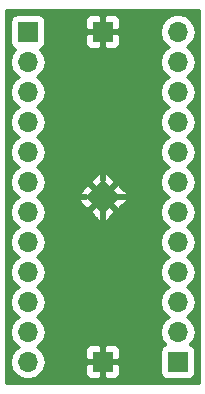
<source format=gbr>
G04 #@! TF.GenerationSoftware,KiCad,Pcbnew,(5.0.0-3-g5ebb6b6)*
G04 #@! TF.CreationDate,2019-01-26T00:17:38+00:00*
G04 #@! TF.ProjectId,QFN24_DIP,51464E32345F4449502E6B696361645F,rev?*
G04 #@! TF.SameCoordinates,Original*
G04 #@! TF.FileFunction,Copper,L2,Bot,Signal*
G04 #@! TF.FilePolarity,Positive*
%FSLAX46Y46*%
G04 Gerber Fmt 4.6, Leading zero omitted, Abs format (unit mm)*
G04 Created by KiCad (PCBNEW (5.0.0-3-g5ebb6b6)) date Saturday, 26 January 2019 at 00:17:38*
%MOMM*%
%LPD*%
G01*
G04 APERTURE LIST*
G04 #@! TA.AperFunction,ComponentPad*
%ADD10R,1.700000X1.700000*%
G04 #@! TD*
G04 #@! TA.AperFunction,ComponentPad*
%ADD11O,1.700000X1.700000*%
G04 #@! TD*
G04 #@! TA.AperFunction,ViaPad*
%ADD12C,0.500000*%
G04 #@! TD*
G04 #@! TA.AperFunction,Conductor*
%ADD13C,0.100000*%
G04 #@! TD*
G04 #@! TA.AperFunction,Conductor*
%ADD14C,2.100000*%
G04 #@! TD*
G04 #@! TA.AperFunction,Conductor*
%ADD15C,0.500000*%
G04 #@! TD*
G04 #@! TA.AperFunction,Conductor*
%ADD16C,0.254000*%
G04 #@! TD*
G04 APERTURE END LIST*
D10*
G04 #@! TO.P,J1,1*
G04 #@! TO.N,/1*
X101600000Y-76200000D03*
D11*
G04 #@! TO.P,J1,2*
G04 #@! TO.N,/2*
X101600000Y-78740000D03*
G04 #@! TO.P,J1,3*
G04 #@! TO.N,/3*
X101600000Y-81280000D03*
G04 #@! TO.P,J1,4*
G04 #@! TO.N,/4*
X101600000Y-83820000D03*
G04 #@! TO.P,J1,5*
G04 #@! TO.N,/5*
X101600000Y-86360000D03*
G04 #@! TO.P,J1,6*
G04 #@! TO.N,/6*
X101600000Y-88900000D03*
G04 #@! TO.P,J1,7*
G04 #@! TO.N,/7*
X101600000Y-91440000D03*
G04 #@! TO.P,J1,8*
G04 #@! TO.N,/8*
X101600000Y-93980000D03*
G04 #@! TO.P,J1,9*
G04 #@! TO.N,/9*
X101600000Y-96520000D03*
G04 #@! TO.P,J1,10*
G04 #@! TO.N,/10*
X101600000Y-99060000D03*
G04 #@! TO.P,J1,11*
G04 #@! TO.N,/11*
X101600000Y-101600000D03*
G04 #@! TO.P,J1,12*
G04 #@! TO.N,/12*
X101600000Y-104140000D03*
G04 #@! TD*
G04 #@! TO.P,J2,12*
G04 #@! TO.N,/24*
X114300000Y-76200000D03*
G04 #@! TO.P,J2,11*
G04 #@! TO.N,/23*
X114300000Y-78740000D03*
G04 #@! TO.P,J2,10*
G04 #@! TO.N,/22*
X114300000Y-81280000D03*
G04 #@! TO.P,J2,9*
G04 #@! TO.N,/21*
X114300000Y-83820000D03*
G04 #@! TO.P,J2,8*
G04 #@! TO.N,/20*
X114300000Y-86360000D03*
G04 #@! TO.P,J2,7*
G04 #@! TO.N,/19*
X114300000Y-88900000D03*
G04 #@! TO.P,J2,6*
G04 #@! TO.N,/18*
X114300000Y-91440000D03*
G04 #@! TO.P,J2,5*
G04 #@! TO.N,/17*
X114300000Y-93980000D03*
G04 #@! TO.P,J2,4*
G04 #@! TO.N,/16*
X114300000Y-96520000D03*
G04 #@! TO.P,J2,3*
G04 #@! TO.N,/15*
X114300000Y-99060000D03*
G04 #@! TO.P,J2,2*
G04 #@! TO.N,/14*
X114300000Y-101600000D03*
D10*
G04 #@! TO.P,J2,1*
G04 #@! TO.N,/13*
X114300000Y-104140000D03*
G04 #@! TD*
G04 #@! TO.P,J3,1*
G04 #@! TO.N,/THERMALPAD*
X107950000Y-76200000D03*
G04 #@! TD*
G04 #@! TO.P,J4,1*
G04 #@! TO.N,/THERMALPAD*
X107950000Y-104140000D03*
G04 #@! TD*
D12*
G04 #@! TO.N,/THERMALPAD*
G04 #@! TO.C,U1*
X107950000Y-89038629D03*
X108515685Y-89604315D03*
X109081371Y-90170000D03*
X107384315Y-89604315D03*
X107950000Y-90170000D03*
X108515685Y-90735685D03*
X106818629Y-90170000D03*
X107384315Y-90735685D03*
X107950000Y-91301371D03*
D13*
G36*
X107974504Y-88789833D02*
X107998773Y-88793433D01*
X108022571Y-88799394D01*
X108045671Y-88807659D01*
X108067849Y-88818149D01*
X108088893Y-88830762D01*
X108108598Y-88845376D01*
X108126777Y-88861852D01*
X109258148Y-89993223D01*
X109274624Y-90011402D01*
X109289238Y-90031107D01*
X109301851Y-90052151D01*
X109312341Y-90074329D01*
X109320606Y-90097429D01*
X109326567Y-90121227D01*
X109330167Y-90145496D01*
X109331371Y-90170000D01*
X109330167Y-90194504D01*
X109326567Y-90218773D01*
X109320606Y-90242571D01*
X109312341Y-90265671D01*
X109301851Y-90287849D01*
X109289238Y-90308893D01*
X109274624Y-90328598D01*
X109258148Y-90346777D01*
X108126777Y-91478148D01*
X108108598Y-91494624D01*
X108088893Y-91509238D01*
X108067849Y-91521851D01*
X108045671Y-91532341D01*
X108022571Y-91540606D01*
X107998773Y-91546567D01*
X107974504Y-91550167D01*
X107950000Y-91551371D01*
X107925496Y-91550167D01*
X107901227Y-91546567D01*
X107877429Y-91540606D01*
X107854329Y-91532341D01*
X107832151Y-91521851D01*
X107811107Y-91509238D01*
X107791402Y-91494624D01*
X107773223Y-91478148D01*
X106641852Y-90346777D01*
X106625376Y-90328598D01*
X106610762Y-90308893D01*
X106598149Y-90287849D01*
X106587659Y-90265671D01*
X106579394Y-90242571D01*
X106573433Y-90218773D01*
X106569833Y-90194504D01*
X106568629Y-90170000D01*
X106569833Y-90145496D01*
X106573433Y-90121227D01*
X106579394Y-90097429D01*
X106587659Y-90074329D01*
X106598149Y-90052151D01*
X106610762Y-90031107D01*
X106625376Y-90011402D01*
X106641852Y-89993223D01*
X107773223Y-88861852D01*
X107791402Y-88845376D01*
X107811107Y-88830762D01*
X107832151Y-88818149D01*
X107854329Y-88807659D01*
X107877429Y-88799394D01*
X107901227Y-88793433D01*
X107925496Y-88789833D01*
X107950000Y-88788629D01*
X107974504Y-88789833D01*
X107974504Y-88789833D01*
G37*
D14*
X107950000Y-90170000D03*
G04 #@! TD*
D15*
G04 #@! TO.N,/THERMALPAD*
X107950000Y-88784071D02*
X107950000Y-87630000D01*
X107950000Y-91555929D02*
X107950000Y-92710000D01*
X106564071Y-90170000D02*
X105410000Y-90170000D01*
X109335929Y-90170000D02*
X110490000Y-90170000D01*
X107950000Y-90170000D02*
X109474000Y-88646000D01*
X107950000Y-90170000D02*
X106680000Y-91440000D01*
X107950000Y-90170000D02*
X106680000Y-88900000D01*
X106680000Y-88900000D02*
X109474000Y-91694000D01*
G04 #@! TD*
D16*
G04 #@! TO.N,/THERMALPAD*
G36*
X116105001Y-105945000D02*
X99795000Y-105945000D01*
X99795000Y-78740000D01*
X100085908Y-78740000D01*
X100201161Y-79319418D01*
X100529375Y-79810625D01*
X100827761Y-80010000D01*
X100529375Y-80209375D01*
X100201161Y-80700582D01*
X100085908Y-81280000D01*
X100201161Y-81859418D01*
X100529375Y-82350625D01*
X100827761Y-82550000D01*
X100529375Y-82749375D01*
X100201161Y-83240582D01*
X100085908Y-83820000D01*
X100201161Y-84399418D01*
X100529375Y-84890625D01*
X100827761Y-85090000D01*
X100529375Y-85289375D01*
X100201161Y-85780582D01*
X100085908Y-86360000D01*
X100201161Y-86939418D01*
X100529375Y-87430625D01*
X100827761Y-87630000D01*
X100529375Y-87829375D01*
X100201161Y-88320582D01*
X100085908Y-88900000D01*
X100201161Y-89479418D01*
X100529375Y-89970625D01*
X100827761Y-90170000D01*
X100529375Y-90369375D01*
X100201161Y-90860582D01*
X100085908Y-91440000D01*
X100201161Y-92019418D01*
X100529375Y-92510625D01*
X100827761Y-92710000D01*
X100529375Y-92909375D01*
X100201161Y-93400582D01*
X100085908Y-93980000D01*
X100201161Y-94559418D01*
X100529375Y-95050625D01*
X100827761Y-95250000D01*
X100529375Y-95449375D01*
X100201161Y-95940582D01*
X100085908Y-96520000D01*
X100201161Y-97099418D01*
X100529375Y-97590625D01*
X100827761Y-97790000D01*
X100529375Y-97989375D01*
X100201161Y-98480582D01*
X100085908Y-99060000D01*
X100201161Y-99639418D01*
X100529375Y-100130625D01*
X100827761Y-100330000D01*
X100529375Y-100529375D01*
X100201161Y-101020582D01*
X100085908Y-101600000D01*
X100201161Y-102179418D01*
X100529375Y-102670625D01*
X100827761Y-102870000D01*
X100529375Y-103069375D01*
X100201161Y-103560582D01*
X100085908Y-104140000D01*
X100201161Y-104719418D01*
X100529375Y-105210625D01*
X101020582Y-105538839D01*
X101453744Y-105625000D01*
X101746256Y-105625000D01*
X102179418Y-105538839D01*
X102670625Y-105210625D01*
X102998839Y-104719418D01*
X103057252Y-104425750D01*
X106465000Y-104425750D01*
X106465000Y-105116310D01*
X106561673Y-105349699D01*
X106740302Y-105528327D01*
X106973691Y-105625000D01*
X107664250Y-105625000D01*
X107823000Y-105466250D01*
X107823000Y-104267000D01*
X108077000Y-104267000D01*
X108077000Y-105466250D01*
X108235750Y-105625000D01*
X108926309Y-105625000D01*
X109159698Y-105528327D01*
X109338327Y-105349699D01*
X109435000Y-105116310D01*
X109435000Y-104425750D01*
X109276250Y-104267000D01*
X108077000Y-104267000D01*
X107823000Y-104267000D01*
X106623750Y-104267000D01*
X106465000Y-104425750D01*
X103057252Y-104425750D01*
X103114092Y-104140000D01*
X102998839Y-103560582D01*
X102733645Y-103163690D01*
X106465000Y-103163690D01*
X106465000Y-103854250D01*
X106623750Y-104013000D01*
X107823000Y-104013000D01*
X107823000Y-102813750D01*
X108077000Y-102813750D01*
X108077000Y-104013000D01*
X109276250Y-104013000D01*
X109435000Y-103854250D01*
X109435000Y-103163690D01*
X109338327Y-102930301D01*
X109159698Y-102751673D01*
X108926309Y-102655000D01*
X108235750Y-102655000D01*
X108077000Y-102813750D01*
X107823000Y-102813750D01*
X107664250Y-102655000D01*
X106973691Y-102655000D01*
X106740302Y-102751673D01*
X106561673Y-102930301D01*
X106465000Y-103163690D01*
X102733645Y-103163690D01*
X102670625Y-103069375D01*
X102372239Y-102870000D01*
X102670625Y-102670625D01*
X102998839Y-102179418D01*
X103114092Y-101600000D01*
X102998839Y-101020582D01*
X102670625Y-100529375D01*
X102372239Y-100330000D01*
X102670625Y-100130625D01*
X102998839Y-99639418D01*
X103114092Y-99060000D01*
X102998839Y-98480582D01*
X102670625Y-97989375D01*
X102372239Y-97790000D01*
X102670625Y-97590625D01*
X102998839Y-97099418D01*
X103114092Y-96520000D01*
X102998839Y-95940582D01*
X102670625Y-95449375D01*
X102372239Y-95250000D01*
X102670625Y-95050625D01*
X102998839Y-94559418D01*
X103114092Y-93980000D01*
X102998839Y-93400582D01*
X102670625Y-92909375D01*
X102372239Y-92710000D01*
X102670625Y-92510625D01*
X102998839Y-92019418D01*
X103114092Y-91440000D01*
X102998839Y-90860582D01*
X102670625Y-90369375D01*
X102372239Y-90170000D01*
X102561273Y-90043691D01*
X105830075Y-90043691D01*
X105830076Y-90296310D01*
X105926749Y-90529699D01*
X106100501Y-90703451D01*
X106121989Y-90743505D01*
X106224068Y-90827018D01*
X106556469Y-91159419D01*
X106607326Y-91159419D01*
X106687675Y-91309190D01*
X106789748Y-91392698D01*
X106848329Y-91451279D01*
X106854189Y-91445419D01*
X106960174Y-91532127D01*
X106960581Y-91532296D01*
X106960581Y-91563531D01*
X107231872Y-91834822D01*
X107253360Y-91874876D01*
X107355439Y-91958389D01*
X107590301Y-92193251D01*
X107823690Y-92289924D01*
X108076309Y-92289925D01*
X108309698Y-92193252D01*
X108483451Y-92019499D01*
X108523505Y-91998011D01*
X108607018Y-91895932D01*
X108939419Y-91563531D01*
X108939419Y-91512674D01*
X109089190Y-91432325D01*
X109172698Y-91330252D01*
X109231279Y-91271671D01*
X109225419Y-91265811D01*
X109312127Y-91159826D01*
X109312296Y-91159419D01*
X109343531Y-91159419D01*
X109614822Y-90888128D01*
X109654876Y-90866640D01*
X109738389Y-90764561D01*
X109973252Y-90529698D01*
X110069925Y-90296309D01*
X110069924Y-90043690D01*
X109973251Y-89810301D01*
X109799499Y-89636549D01*
X109778011Y-89596495D01*
X109675932Y-89512982D01*
X109343531Y-89180581D01*
X109292674Y-89180581D01*
X109212325Y-89030810D01*
X109110252Y-88947302D01*
X109051671Y-88888721D01*
X109045811Y-88894581D01*
X108939826Y-88807873D01*
X108939419Y-88807704D01*
X108939419Y-88776469D01*
X108668128Y-88505178D01*
X108646640Y-88465124D01*
X108544561Y-88381611D01*
X108309699Y-88146749D01*
X108076310Y-88050076D01*
X107823691Y-88050075D01*
X107590302Y-88146748D01*
X107416549Y-88320501D01*
X107376495Y-88341989D01*
X107292982Y-88444068D01*
X106960581Y-88776469D01*
X106960581Y-88827326D01*
X106810810Y-88907675D01*
X106727302Y-89009748D01*
X106668721Y-89068329D01*
X106674581Y-89074189D01*
X106587873Y-89180174D01*
X106587704Y-89180581D01*
X106556469Y-89180581D01*
X106285178Y-89451872D01*
X106245124Y-89473360D01*
X106161611Y-89575439D01*
X105926748Y-89810302D01*
X105830075Y-90043691D01*
X102561273Y-90043691D01*
X102670625Y-89970625D01*
X102998839Y-89479418D01*
X103114092Y-88900000D01*
X102998839Y-88320582D01*
X102670625Y-87829375D01*
X102372239Y-87630000D01*
X102670625Y-87430625D01*
X102998839Y-86939418D01*
X103114092Y-86360000D01*
X102998839Y-85780582D01*
X102670625Y-85289375D01*
X102372239Y-85090000D01*
X102670625Y-84890625D01*
X102998839Y-84399418D01*
X103114092Y-83820000D01*
X102998839Y-83240582D01*
X102670625Y-82749375D01*
X102372239Y-82550000D01*
X102670625Y-82350625D01*
X102998839Y-81859418D01*
X103114092Y-81280000D01*
X102998839Y-80700582D01*
X102670625Y-80209375D01*
X102372239Y-80010000D01*
X102670625Y-79810625D01*
X102998839Y-79319418D01*
X103114092Y-78740000D01*
X102998839Y-78160582D01*
X102670625Y-77669375D01*
X102652381Y-77657184D01*
X102697765Y-77648157D01*
X102907809Y-77507809D01*
X103048157Y-77297765D01*
X103097440Y-77050000D01*
X103097440Y-76485750D01*
X106465000Y-76485750D01*
X106465000Y-77176310D01*
X106561673Y-77409699D01*
X106740302Y-77588327D01*
X106973691Y-77685000D01*
X107664250Y-77685000D01*
X107823000Y-77526250D01*
X107823000Y-76327000D01*
X108077000Y-76327000D01*
X108077000Y-77526250D01*
X108235750Y-77685000D01*
X108926309Y-77685000D01*
X109159698Y-77588327D01*
X109338327Y-77409699D01*
X109435000Y-77176310D01*
X109435000Y-76485750D01*
X109276250Y-76327000D01*
X108077000Y-76327000D01*
X107823000Y-76327000D01*
X106623750Y-76327000D01*
X106465000Y-76485750D01*
X103097440Y-76485750D01*
X103097440Y-76200000D01*
X112785908Y-76200000D01*
X112901161Y-76779418D01*
X113229375Y-77270625D01*
X113527761Y-77470000D01*
X113229375Y-77669375D01*
X112901161Y-78160582D01*
X112785908Y-78740000D01*
X112901161Y-79319418D01*
X113229375Y-79810625D01*
X113527761Y-80010000D01*
X113229375Y-80209375D01*
X112901161Y-80700582D01*
X112785908Y-81280000D01*
X112901161Y-81859418D01*
X113229375Y-82350625D01*
X113527761Y-82550000D01*
X113229375Y-82749375D01*
X112901161Y-83240582D01*
X112785908Y-83820000D01*
X112901161Y-84399418D01*
X113229375Y-84890625D01*
X113527761Y-85090000D01*
X113229375Y-85289375D01*
X112901161Y-85780582D01*
X112785908Y-86360000D01*
X112901161Y-86939418D01*
X113229375Y-87430625D01*
X113527761Y-87630000D01*
X113229375Y-87829375D01*
X112901161Y-88320582D01*
X112785908Y-88900000D01*
X112901161Y-89479418D01*
X113229375Y-89970625D01*
X113527761Y-90170000D01*
X113229375Y-90369375D01*
X112901161Y-90860582D01*
X112785908Y-91440000D01*
X112901161Y-92019418D01*
X113229375Y-92510625D01*
X113527761Y-92710000D01*
X113229375Y-92909375D01*
X112901161Y-93400582D01*
X112785908Y-93980000D01*
X112901161Y-94559418D01*
X113229375Y-95050625D01*
X113527761Y-95250000D01*
X113229375Y-95449375D01*
X112901161Y-95940582D01*
X112785908Y-96520000D01*
X112901161Y-97099418D01*
X113229375Y-97590625D01*
X113527761Y-97790000D01*
X113229375Y-97989375D01*
X112901161Y-98480582D01*
X112785908Y-99060000D01*
X112901161Y-99639418D01*
X113229375Y-100130625D01*
X113527761Y-100330000D01*
X113229375Y-100529375D01*
X112901161Y-101020582D01*
X112785908Y-101600000D01*
X112901161Y-102179418D01*
X113229375Y-102670625D01*
X113247619Y-102682816D01*
X113202235Y-102691843D01*
X112992191Y-102832191D01*
X112851843Y-103042235D01*
X112802560Y-103290000D01*
X112802560Y-104990000D01*
X112851843Y-105237765D01*
X112992191Y-105447809D01*
X113202235Y-105588157D01*
X113450000Y-105637440D01*
X115150000Y-105637440D01*
X115397765Y-105588157D01*
X115607809Y-105447809D01*
X115748157Y-105237765D01*
X115797440Y-104990000D01*
X115797440Y-103290000D01*
X115748157Y-103042235D01*
X115607809Y-102832191D01*
X115397765Y-102691843D01*
X115352381Y-102682816D01*
X115370625Y-102670625D01*
X115698839Y-102179418D01*
X115814092Y-101600000D01*
X115698839Y-101020582D01*
X115370625Y-100529375D01*
X115072239Y-100330000D01*
X115370625Y-100130625D01*
X115698839Y-99639418D01*
X115814092Y-99060000D01*
X115698839Y-98480582D01*
X115370625Y-97989375D01*
X115072239Y-97790000D01*
X115370625Y-97590625D01*
X115698839Y-97099418D01*
X115814092Y-96520000D01*
X115698839Y-95940582D01*
X115370625Y-95449375D01*
X115072239Y-95250000D01*
X115370625Y-95050625D01*
X115698839Y-94559418D01*
X115814092Y-93980000D01*
X115698839Y-93400582D01*
X115370625Y-92909375D01*
X115072239Y-92710000D01*
X115370625Y-92510625D01*
X115698839Y-92019418D01*
X115814092Y-91440000D01*
X115698839Y-90860582D01*
X115370625Y-90369375D01*
X115072239Y-90170000D01*
X115370625Y-89970625D01*
X115698839Y-89479418D01*
X115814092Y-88900000D01*
X115698839Y-88320582D01*
X115370625Y-87829375D01*
X115072239Y-87630000D01*
X115370625Y-87430625D01*
X115698839Y-86939418D01*
X115814092Y-86360000D01*
X115698839Y-85780582D01*
X115370625Y-85289375D01*
X115072239Y-85090000D01*
X115370625Y-84890625D01*
X115698839Y-84399418D01*
X115814092Y-83820000D01*
X115698839Y-83240582D01*
X115370625Y-82749375D01*
X115072239Y-82550000D01*
X115370625Y-82350625D01*
X115698839Y-81859418D01*
X115814092Y-81280000D01*
X115698839Y-80700582D01*
X115370625Y-80209375D01*
X115072239Y-80010000D01*
X115370625Y-79810625D01*
X115698839Y-79319418D01*
X115814092Y-78740000D01*
X115698839Y-78160582D01*
X115370625Y-77669375D01*
X115072239Y-77470000D01*
X115370625Y-77270625D01*
X115698839Y-76779418D01*
X115814092Y-76200000D01*
X115698839Y-75620582D01*
X115370625Y-75129375D01*
X114879418Y-74801161D01*
X114446256Y-74715000D01*
X114153744Y-74715000D01*
X113720582Y-74801161D01*
X113229375Y-75129375D01*
X112901161Y-75620582D01*
X112785908Y-76200000D01*
X103097440Y-76200000D01*
X103097440Y-75350000D01*
X103072316Y-75223690D01*
X106465000Y-75223690D01*
X106465000Y-75914250D01*
X106623750Y-76073000D01*
X107823000Y-76073000D01*
X107823000Y-74873750D01*
X108077000Y-74873750D01*
X108077000Y-76073000D01*
X109276250Y-76073000D01*
X109435000Y-75914250D01*
X109435000Y-75223690D01*
X109338327Y-74990301D01*
X109159698Y-74811673D01*
X108926309Y-74715000D01*
X108235750Y-74715000D01*
X108077000Y-74873750D01*
X107823000Y-74873750D01*
X107664250Y-74715000D01*
X106973691Y-74715000D01*
X106740302Y-74811673D01*
X106561673Y-74990301D01*
X106465000Y-75223690D01*
X103072316Y-75223690D01*
X103048157Y-75102235D01*
X102907809Y-74892191D01*
X102697765Y-74751843D01*
X102450000Y-74702560D01*
X100750000Y-74702560D01*
X100502235Y-74751843D01*
X100292191Y-74892191D01*
X100151843Y-75102235D01*
X100102560Y-75350000D01*
X100102560Y-77050000D01*
X100151843Y-77297765D01*
X100292191Y-77507809D01*
X100502235Y-77648157D01*
X100547619Y-77657184D01*
X100529375Y-77669375D01*
X100201161Y-78160582D01*
X100085908Y-78740000D01*
X99795000Y-78740000D01*
X99795000Y-74395000D01*
X116105000Y-74395000D01*
X116105001Y-105945000D01*
X116105001Y-105945000D01*
G37*
X116105001Y-105945000D02*
X99795000Y-105945000D01*
X99795000Y-78740000D01*
X100085908Y-78740000D01*
X100201161Y-79319418D01*
X100529375Y-79810625D01*
X100827761Y-80010000D01*
X100529375Y-80209375D01*
X100201161Y-80700582D01*
X100085908Y-81280000D01*
X100201161Y-81859418D01*
X100529375Y-82350625D01*
X100827761Y-82550000D01*
X100529375Y-82749375D01*
X100201161Y-83240582D01*
X100085908Y-83820000D01*
X100201161Y-84399418D01*
X100529375Y-84890625D01*
X100827761Y-85090000D01*
X100529375Y-85289375D01*
X100201161Y-85780582D01*
X100085908Y-86360000D01*
X100201161Y-86939418D01*
X100529375Y-87430625D01*
X100827761Y-87630000D01*
X100529375Y-87829375D01*
X100201161Y-88320582D01*
X100085908Y-88900000D01*
X100201161Y-89479418D01*
X100529375Y-89970625D01*
X100827761Y-90170000D01*
X100529375Y-90369375D01*
X100201161Y-90860582D01*
X100085908Y-91440000D01*
X100201161Y-92019418D01*
X100529375Y-92510625D01*
X100827761Y-92710000D01*
X100529375Y-92909375D01*
X100201161Y-93400582D01*
X100085908Y-93980000D01*
X100201161Y-94559418D01*
X100529375Y-95050625D01*
X100827761Y-95250000D01*
X100529375Y-95449375D01*
X100201161Y-95940582D01*
X100085908Y-96520000D01*
X100201161Y-97099418D01*
X100529375Y-97590625D01*
X100827761Y-97790000D01*
X100529375Y-97989375D01*
X100201161Y-98480582D01*
X100085908Y-99060000D01*
X100201161Y-99639418D01*
X100529375Y-100130625D01*
X100827761Y-100330000D01*
X100529375Y-100529375D01*
X100201161Y-101020582D01*
X100085908Y-101600000D01*
X100201161Y-102179418D01*
X100529375Y-102670625D01*
X100827761Y-102870000D01*
X100529375Y-103069375D01*
X100201161Y-103560582D01*
X100085908Y-104140000D01*
X100201161Y-104719418D01*
X100529375Y-105210625D01*
X101020582Y-105538839D01*
X101453744Y-105625000D01*
X101746256Y-105625000D01*
X102179418Y-105538839D01*
X102670625Y-105210625D01*
X102998839Y-104719418D01*
X103057252Y-104425750D01*
X106465000Y-104425750D01*
X106465000Y-105116310D01*
X106561673Y-105349699D01*
X106740302Y-105528327D01*
X106973691Y-105625000D01*
X107664250Y-105625000D01*
X107823000Y-105466250D01*
X107823000Y-104267000D01*
X108077000Y-104267000D01*
X108077000Y-105466250D01*
X108235750Y-105625000D01*
X108926309Y-105625000D01*
X109159698Y-105528327D01*
X109338327Y-105349699D01*
X109435000Y-105116310D01*
X109435000Y-104425750D01*
X109276250Y-104267000D01*
X108077000Y-104267000D01*
X107823000Y-104267000D01*
X106623750Y-104267000D01*
X106465000Y-104425750D01*
X103057252Y-104425750D01*
X103114092Y-104140000D01*
X102998839Y-103560582D01*
X102733645Y-103163690D01*
X106465000Y-103163690D01*
X106465000Y-103854250D01*
X106623750Y-104013000D01*
X107823000Y-104013000D01*
X107823000Y-102813750D01*
X108077000Y-102813750D01*
X108077000Y-104013000D01*
X109276250Y-104013000D01*
X109435000Y-103854250D01*
X109435000Y-103163690D01*
X109338327Y-102930301D01*
X109159698Y-102751673D01*
X108926309Y-102655000D01*
X108235750Y-102655000D01*
X108077000Y-102813750D01*
X107823000Y-102813750D01*
X107664250Y-102655000D01*
X106973691Y-102655000D01*
X106740302Y-102751673D01*
X106561673Y-102930301D01*
X106465000Y-103163690D01*
X102733645Y-103163690D01*
X102670625Y-103069375D01*
X102372239Y-102870000D01*
X102670625Y-102670625D01*
X102998839Y-102179418D01*
X103114092Y-101600000D01*
X102998839Y-101020582D01*
X102670625Y-100529375D01*
X102372239Y-100330000D01*
X102670625Y-100130625D01*
X102998839Y-99639418D01*
X103114092Y-99060000D01*
X102998839Y-98480582D01*
X102670625Y-97989375D01*
X102372239Y-97790000D01*
X102670625Y-97590625D01*
X102998839Y-97099418D01*
X103114092Y-96520000D01*
X102998839Y-95940582D01*
X102670625Y-95449375D01*
X102372239Y-95250000D01*
X102670625Y-95050625D01*
X102998839Y-94559418D01*
X103114092Y-93980000D01*
X102998839Y-93400582D01*
X102670625Y-92909375D01*
X102372239Y-92710000D01*
X102670625Y-92510625D01*
X102998839Y-92019418D01*
X103114092Y-91440000D01*
X102998839Y-90860582D01*
X102670625Y-90369375D01*
X102372239Y-90170000D01*
X102561273Y-90043691D01*
X105830075Y-90043691D01*
X105830076Y-90296310D01*
X105926749Y-90529699D01*
X106100501Y-90703451D01*
X106121989Y-90743505D01*
X106224068Y-90827018D01*
X106556469Y-91159419D01*
X106607326Y-91159419D01*
X106687675Y-91309190D01*
X106789748Y-91392698D01*
X106848329Y-91451279D01*
X106854189Y-91445419D01*
X106960174Y-91532127D01*
X106960581Y-91532296D01*
X106960581Y-91563531D01*
X107231872Y-91834822D01*
X107253360Y-91874876D01*
X107355439Y-91958389D01*
X107590301Y-92193251D01*
X107823690Y-92289924D01*
X108076309Y-92289925D01*
X108309698Y-92193252D01*
X108483451Y-92019499D01*
X108523505Y-91998011D01*
X108607018Y-91895932D01*
X108939419Y-91563531D01*
X108939419Y-91512674D01*
X109089190Y-91432325D01*
X109172698Y-91330252D01*
X109231279Y-91271671D01*
X109225419Y-91265811D01*
X109312127Y-91159826D01*
X109312296Y-91159419D01*
X109343531Y-91159419D01*
X109614822Y-90888128D01*
X109654876Y-90866640D01*
X109738389Y-90764561D01*
X109973252Y-90529698D01*
X110069925Y-90296309D01*
X110069924Y-90043690D01*
X109973251Y-89810301D01*
X109799499Y-89636549D01*
X109778011Y-89596495D01*
X109675932Y-89512982D01*
X109343531Y-89180581D01*
X109292674Y-89180581D01*
X109212325Y-89030810D01*
X109110252Y-88947302D01*
X109051671Y-88888721D01*
X109045811Y-88894581D01*
X108939826Y-88807873D01*
X108939419Y-88807704D01*
X108939419Y-88776469D01*
X108668128Y-88505178D01*
X108646640Y-88465124D01*
X108544561Y-88381611D01*
X108309699Y-88146749D01*
X108076310Y-88050076D01*
X107823691Y-88050075D01*
X107590302Y-88146748D01*
X107416549Y-88320501D01*
X107376495Y-88341989D01*
X107292982Y-88444068D01*
X106960581Y-88776469D01*
X106960581Y-88827326D01*
X106810810Y-88907675D01*
X106727302Y-89009748D01*
X106668721Y-89068329D01*
X106674581Y-89074189D01*
X106587873Y-89180174D01*
X106587704Y-89180581D01*
X106556469Y-89180581D01*
X106285178Y-89451872D01*
X106245124Y-89473360D01*
X106161611Y-89575439D01*
X105926748Y-89810302D01*
X105830075Y-90043691D01*
X102561273Y-90043691D01*
X102670625Y-89970625D01*
X102998839Y-89479418D01*
X103114092Y-88900000D01*
X102998839Y-88320582D01*
X102670625Y-87829375D01*
X102372239Y-87630000D01*
X102670625Y-87430625D01*
X102998839Y-86939418D01*
X103114092Y-86360000D01*
X102998839Y-85780582D01*
X102670625Y-85289375D01*
X102372239Y-85090000D01*
X102670625Y-84890625D01*
X102998839Y-84399418D01*
X103114092Y-83820000D01*
X102998839Y-83240582D01*
X102670625Y-82749375D01*
X102372239Y-82550000D01*
X102670625Y-82350625D01*
X102998839Y-81859418D01*
X103114092Y-81280000D01*
X102998839Y-80700582D01*
X102670625Y-80209375D01*
X102372239Y-80010000D01*
X102670625Y-79810625D01*
X102998839Y-79319418D01*
X103114092Y-78740000D01*
X102998839Y-78160582D01*
X102670625Y-77669375D01*
X102652381Y-77657184D01*
X102697765Y-77648157D01*
X102907809Y-77507809D01*
X103048157Y-77297765D01*
X103097440Y-77050000D01*
X103097440Y-76485750D01*
X106465000Y-76485750D01*
X106465000Y-77176310D01*
X106561673Y-77409699D01*
X106740302Y-77588327D01*
X106973691Y-77685000D01*
X107664250Y-77685000D01*
X107823000Y-77526250D01*
X107823000Y-76327000D01*
X108077000Y-76327000D01*
X108077000Y-77526250D01*
X108235750Y-77685000D01*
X108926309Y-77685000D01*
X109159698Y-77588327D01*
X109338327Y-77409699D01*
X109435000Y-77176310D01*
X109435000Y-76485750D01*
X109276250Y-76327000D01*
X108077000Y-76327000D01*
X107823000Y-76327000D01*
X106623750Y-76327000D01*
X106465000Y-76485750D01*
X103097440Y-76485750D01*
X103097440Y-76200000D01*
X112785908Y-76200000D01*
X112901161Y-76779418D01*
X113229375Y-77270625D01*
X113527761Y-77470000D01*
X113229375Y-77669375D01*
X112901161Y-78160582D01*
X112785908Y-78740000D01*
X112901161Y-79319418D01*
X113229375Y-79810625D01*
X113527761Y-80010000D01*
X113229375Y-80209375D01*
X112901161Y-80700582D01*
X112785908Y-81280000D01*
X112901161Y-81859418D01*
X113229375Y-82350625D01*
X113527761Y-82550000D01*
X113229375Y-82749375D01*
X112901161Y-83240582D01*
X112785908Y-83820000D01*
X112901161Y-84399418D01*
X113229375Y-84890625D01*
X113527761Y-85090000D01*
X113229375Y-85289375D01*
X112901161Y-85780582D01*
X112785908Y-86360000D01*
X112901161Y-86939418D01*
X113229375Y-87430625D01*
X113527761Y-87630000D01*
X113229375Y-87829375D01*
X112901161Y-88320582D01*
X112785908Y-88900000D01*
X112901161Y-89479418D01*
X113229375Y-89970625D01*
X113527761Y-90170000D01*
X113229375Y-90369375D01*
X112901161Y-90860582D01*
X112785908Y-91440000D01*
X112901161Y-92019418D01*
X113229375Y-92510625D01*
X113527761Y-92710000D01*
X113229375Y-92909375D01*
X112901161Y-93400582D01*
X112785908Y-93980000D01*
X112901161Y-94559418D01*
X113229375Y-95050625D01*
X113527761Y-95250000D01*
X113229375Y-95449375D01*
X112901161Y-95940582D01*
X112785908Y-96520000D01*
X112901161Y-97099418D01*
X113229375Y-97590625D01*
X113527761Y-97790000D01*
X113229375Y-97989375D01*
X112901161Y-98480582D01*
X112785908Y-99060000D01*
X112901161Y-99639418D01*
X113229375Y-100130625D01*
X113527761Y-100330000D01*
X113229375Y-100529375D01*
X112901161Y-101020582D01*
X112785908Y-101600000D01*
X112901161Y-102179418D01*
X113229375Y-102670625D01*
X113247619Y-102682816D01*
X113202235Y-102691843D01*
X112992191Y-102832191D01*
X112851843Y-103042235D01*
X112802560Y-103290000D01*
X112802560Y-104990000D01*
X112851843Y-105237765D01*
X112992191Y-105447809D01*
X113202235Y-105588157D01*
X113450000Y-105637440D01*
X115150000Y-105637440D01*
X115397765Y-105588157D01*
X115607809Y-105447809D01*
X115748157Y-105237765D01*
X115797440Y-104990000D01*
X115797440Y-103290000D01*
X115748157Y-103042235D01*
X115607809Y-102832191D01*
X115397765Y-102691843D01*
X115352381Y-102682816D01*
X115370625Y-102670625D01*
X115698839Y-102179418D01*
X115814092Y-101600000D01*
X115698839Y-101020582D01*
X115370625Y-100529375D01*
X115072239Y-100330000D01*
X115370625Y-100130625D01*
X115698839Y-99639418D01*
X115814092Y-99060000D01*
X115698839Y-98480582D01*
X115370625Y-97989375D01*
X115072239Y-97790000D01*
X115370625Y-97590625D01*
X115698839Y-97099418D01*
X115814092Y-96520000D01*
X115698839Y-95940582D01*
X115370625Y-95449375D01*
X115072239Y-95250000D01*
X115370625Y-95050625D01*
X115698839Y-94559418D01*
X115814092Y-93980000D01*
X115698839Y-93400582D01*
X115370625Y-92909375D01*
X115072239Y-92710000D01*
X115370625Y-92510625D01*
X115698839Y-92019418D01*
X115814092Y-91440000D01*
X115698839Y-90860582D01*
X115370625Y-90369375D01*
X115072239Y-90170000D01*
X115370625Y-89970625D01*
X115698839Y-89479418D01*
X115814092Y-88900000D01*
X115698839Y-88320582D01*
X115370625Y-87829375D01*
X115072239Y-87630000D01*
X115370625Y-87430625D01*
X115698839Y-86939418D01*
X115814092Y-86360000D01*
X115698839Y-85780582D01*
X115370625Y-85289375D01*
X115072239Y-85090000D01*
X115370625Y-84890625D01*
X115698839Y-84399418D01*
X115814092Y-83820000D01*
X115698839Y-83240582D01*
X115370625Y-82749375D01*
X115072239Y-82550000D01*
X115370625Y-82350625D01*
X115698839Y-81859418D01*
X115814092Y-81280000D01*
X115698839Y-80700582D01*
X115370625Y-80209375D01*
X115072239Y-80010000D01*
X115370625Y-79810625D01*
X115698839Y-79319418D01*
X115814092Y-78740000D01*
X115698839Y-78160582D01*
X115370625Y-77669375D01*
X115072239Y-77470000D01*
X115370625Y-77270625D01*
X115698839Y-76779418D01*
X115814092Y-76200000D01*
X115698839Y-75620582D01*
X115370625Y-75129375D01*
X114879418Y-74801161D01*
X114446256Y-74715000D01*
X114153744Y-74715000D01*
X113720582Y-74801161D01*
X113229375Y-75129375D01*
X112901161Y-75620582D01*
X112785908Y-76200000D01*
X103097440Y-76200000D01*
X103097440Y-75350000D01*
X103072316Y-75223690D01*
X106465000Y-75223690D01*
X106465000Y-75914250D01*
X106623750Y-76073000D01*
X107823000Y-76073000D01*
X107823000Y-74873750D01*
X108077000Y-74873750D01*
X108077000Y-76073000D01*
X109276250Y-76073000D01*
X109435000Y-75914250D01*
X109435000Y-75223690D01*
X109338327Y-74990301D01*
X109159698Y-74811673D01*
X108926309Y-74715000D01*
X108235750Y-74715000D01*
X108077000Y-74873750D01*
X107823000Y-74873750D01*
X107664250Y-74715000D01*
X106973691Y-74715000D01*
X106740302Y-74811673D01*
X106561673Y-74990301D01*
X106465000Y-75223690D01*
X103072316Y-75223690D01*
X103048157Y-75102235D01*
X102907809Y-74892191D01*
X102697765Y-74751843D01*
X102450000Y-74702560D01*
X100750000Y-74702560D01*
X100502235Y-74751843D01*
X100292191Y-74892191D01*
X100151843Y-75102235D01*
X100102560Y-75350000D01*
X100102560Y-77050000D01*
X100151843Y-77297765D01*
X100292191Y-77507809D01*
X100502235Y-77648157D01*
X100547619Y-77657184D01*
X100529375Y-77669375D01*
X100201161Y-78160582D01*
X100085908Y-78740000D01*
X99795000Y-78740000D01*
X99795000Y-74395000D01*
X116105000Y-74395000D01*
X116105001Y-105945000D01*
G04 #@! TD*
M02*

</source>
